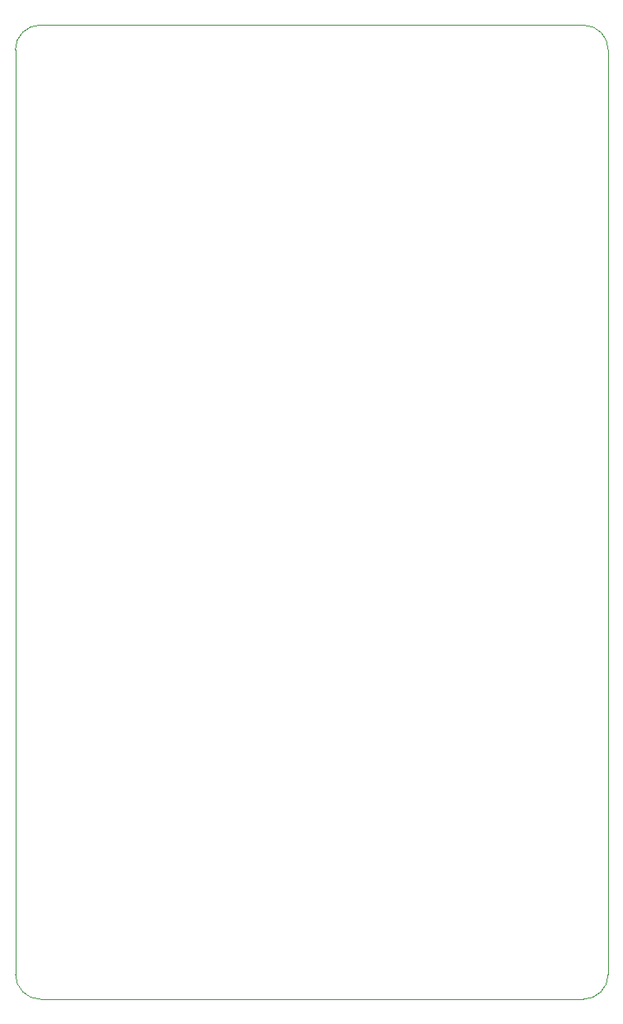
<source format=gm1>
G04 #@! TF.GenerationSoftware,KiCad,Pcbnew,8.0.4*
G04 #@! TF.CreationDate,2024-12-27T03:35:07+01:00*
G04 #@! TF.ProjectId,nerdaxe-gamma,6e657264-6178-4652-9d67-616d6d612e6b,rev?*
G04 #@! TF.SameCoordinates,Original*
G04 #@! TF.FileFunction,Profile,NP*
%FSLAX46Y46*%
G04 Gerber Fmt 4.6, Leading zero omitted, Abs format (unit mm)*
G04 Created by KiCad (PCBNEW 8.0.4) date 2024-12-27 03:35:07*
%MOMM*%
%LPD*%
G01*
G04 APERTURE LIST*
G04 #@! TA.AperFunction,Profile*
%ADD10C,0.100000*%
G04 #@! TD*
G04 APERTURE END LIST*
D10*
X77597000Y-47498000D02*
X133350000Y-47498000D01*
X135890000Y-144744000D02*
G75*
G02*
X133350000Y-147284000I-2540000J0D01*
G01*
X133350000Y-47498000D02*
G75*
G02*
X135889887Y-50061999I0J-2540000D01*
G01*
X75057000Y-50038000D02*
G75*
G02*
X77597000Y-47498000I2540000J0D01*
G01*
X133350000Y-147284000D02*
X77615051Y-147284000D01*
X135890000Y-50062000D02*
X135890000Y-144744000D01*
X75075051Y-144744000D02*
X75057000Y-50038000D01*
X77615051Y-147284000D02*
G75*
G02*
X75075051Y-144744000I0J2540000D01*
G01*
M02*

</source>
